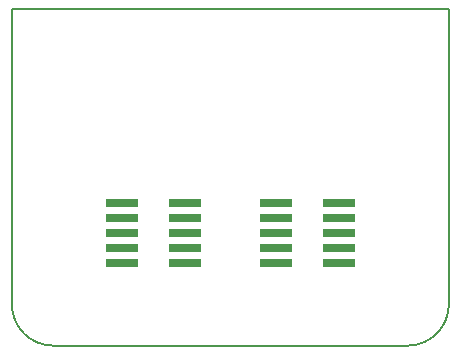
<source format=gtp>
G04 #@! TF.FileFunction,Paste,Top*
%FSLAX46Y46*%
G04 Gerber Fmt 4.6, Leading zero omitted, Abs format (unit mm)*
G04 Created by KiCad (PCBNEW 4.0.2-stable) date 21/05/2016 00:23:07*
%MOMM*%
G01*
G04 APERTURE LIST*
%ADD10C,0.100000*%
%ADD11C,0.150000*%
%ADD12R,2.790000X0.740000*%
G04 APERTURE END LIST*
D10*
D11*
X0Y28500000D02*
X0Y3500000D01*
X37000000Y28500000D02*
X0Y28500000D01*
X37000000Y3500000D02*
X37000000Y28500000D01*
X3500000Y0D02*
X33500000Y0D01*
X33500000Y0D02*
G75*
G03X37000000Y3500000I0J3500000D01*
G01*
X0Y3500000D02*
G75*
G03X3500000Y0I3500000J0D01*
G01*
D12*
X9340000Y10770000D03*
X14660000Y10770000D03*
X9340000Y9500000D03*
X14660000Y9500000D03*
X14660000Y6960000D03*
X9340000Y6960000D03*
X14660000Y8230000D03*
X9340000Y8230000D03*
X9340000Y12040000D03*
X14660000Y12040000D03*
X22340000Y10770000D03*
X27660000Y10770000D03*
X22340000Y9500000D03*
X27660000Y9500000D03*
X27660000Y6960000D03*
X22340000Y6960000D03*
X27660000Y8230000D03*
X22340000Y8230000D03*
X22340000Y12040000D03*
X27660000Y12040000D03*
M02*

</source>
